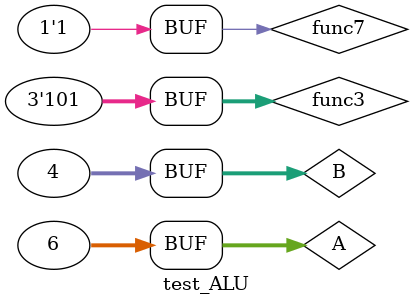
<source format=v>

`timescale 1ns/1ps

module test_ALU;

reg [31:0] A, B;
reg [2:0] func3;
reg func7;

wire [31:0] result;
wire Zero;

RISCV_ALU alu1 (.A(A), .B(B), 
                .func3(func3), .func7(func7), 
                .ALUout(result), .Zero(Zero));

initial begin
    A = 32'd6;
    B = 32'd4;

    // SUB
    func3 = 3'b000;
    func7 = 1'b1;
    #1;

    // ADD
    func3 = 3'b000;
    func7 = 1'b0;
    #1;

    func3 = 3'b110;
    #1;

    func3 = 3'b100;
    #1;

    func3 = 3'b010;
    #1;

    func3 = 3'b011;
    #1;

    func3 = 3'b001;
    #1;

    func3 = 3'b101;
    #1;

    func3 = 3'b101;
    func7 = 1'b1;
    #1;

end
endmodule
</source>
